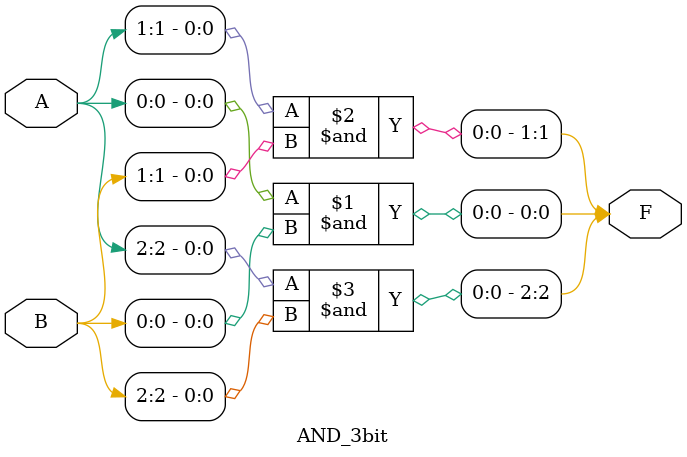
<source format=sv>
module AND_3bit (
    input  logic [2:0] A,
    input  logic [2:0] B,
    output logic [2:0] F
);
    assign F[0] = A[0] & B[0];
    assign F[1] = A[1] & B[1];
    assign F[2] = A[2] & B[2];
endmodule

</source>
